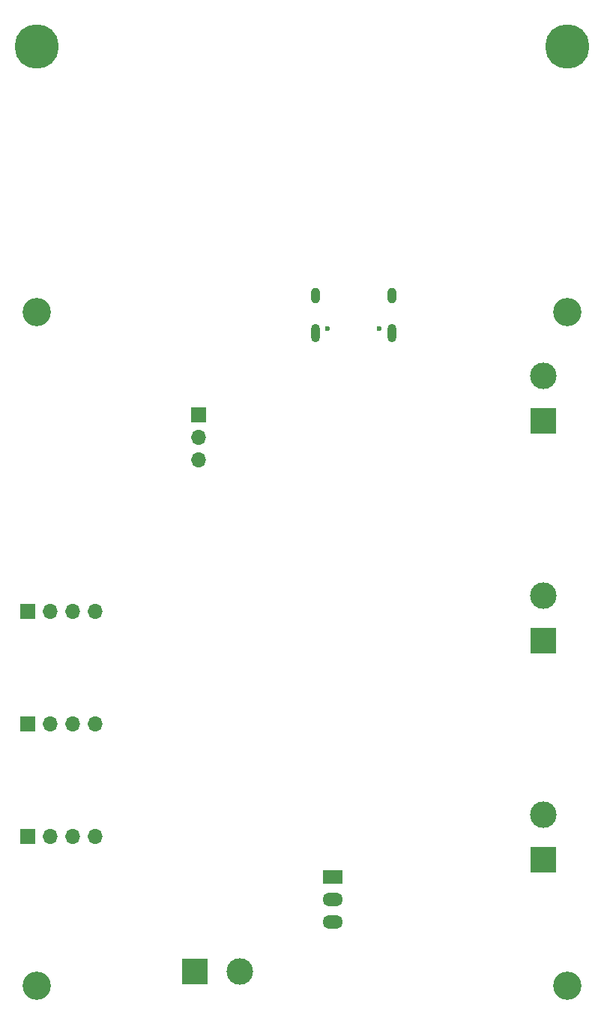
<source format=gbr>
%TF.GenerationSoftware,KiCad,Pcbnew,7.0.9-7.0.9~ubuntu22.04.1*%
%TF.CreationDate,2023-12-07T20:45:01+01:00*%
%TF.ProjectId,Carte_Base_roulante_2024,43617274-655f-4426-9173-655f726f756c,rev?*%
%TF.SameCoordinates,Original*%
%TF.FileFunction,Soldermask,Bot*%
%TF.FilePolarity,Negative*%
%FSLAX46Y46*%
G04 Gerber Fmt 4.6, Leading zero omitted, Abs format (unit mm)*
G04 Created by KiCad (PCBNEW 7.0.9-7.0.9~ubuntu22.04.1) date 2023-12-07 20:45:01*
%MOMM*%
%LPD*%
G01*
G04 APERTURE LIST*
%ADD10C,5.000000*%
%ADD11R,3.000000X3.000000*%
%ADD12C,3.000000*%
%ADD13R,1.700000X1.700000*%
%ADD14O,1.700000X1.700000*%
%ADD15C,0.600000*%
%ADD16O,1.000000X2.100000*%
%ADD17O,1.000000X1.800000*%
%ADD18C,3.200000*%
%ADD19R,2.300000X1.500000*%
%ADD20O,2.300000X1.500000*%
G04 APERTURE END LIST*
D10*
%TO.C,REF\u002A\u002A*%
X151000000Y-37000000D03*
%TD*%
%TO.C,REF\u002A\u002A*%
X91000000Y-37000000D03*
%TD*%
D11*
%TO.C,MOT3*%
X148265000Y-128850000D03*
D12*
X148265000Y-123770000D03*
%TD*%
D13*
%TO.C,ENC 2*%
X89972000Y-113505000D03*
D14*
X92512000Y-113505000D03*
X95052000Y-113505000D03*
X97592000Y-113505000D03*
%TD*%
D15*
%TO.C,USB-C1*%
X129688000Y-68835000D03*
X123908000Y-68835000D03*
D16*
X131118000Y-69335000D03*
D17*
X131118000Y-65155000D03*
D16*
X122478000Y-69335000D03*
D17*
X122478000Y-65155000D03*
%TD*%
D18*
%TO.C,H4*%
X91000000Y-143000000D03*
%TD*%
%TO.C,H2*%
X151000000Y-67000000D03*
%TD*%
%TO.C,H3*%
X151000000Y-143000000D03*
%TD*%
D13*
%TO.C,UART4*%
X109276000Y-78595000D03*
D14*
X109276000Y-81135000D03*
X109276000Y-83675000D03*
%TD*%
D13*
%TO.C,ENC 1*%
X89972000Y-126205000D03*
D14*
X92512000Y-126205000D03*
X95052000Y-126205000D03*
X97592000Y-126205000D03*
%TD*%
D13*
%TO.C,ENC 3*%
X89972000Y-100805000D03*
D14*
X92512000Y-100805000D03*
X95052000Y-100805000D03*
X97592000Y-100805000D03*
%TD*%
D19*
%TO.C,Transfo18->5*%
X124467500Y-130743000D03*
D20*
X124467500Y-133283000D03*
X124467500Y-135823000D03*
%TD*%
D11*
%TO.C,ALIM1*%
X108895000Y-141445000D03*
D12*
X113975000Y-141445000D03*
%TD*%
D18*
%TO.C,H1*%
X91000000Y-67000000D03*
%TD*%
D11*
%TO.C,MOT2*%
X148265000Y-104085000D03*
D12*
X148265000Y-99005000D03*
%TD*%
D11*
%TO.C,MOT1*%
X148265000Y-79320000D03*
D12*
X148265000Y-74240000D03*
%TD*%
M02*

</source>
